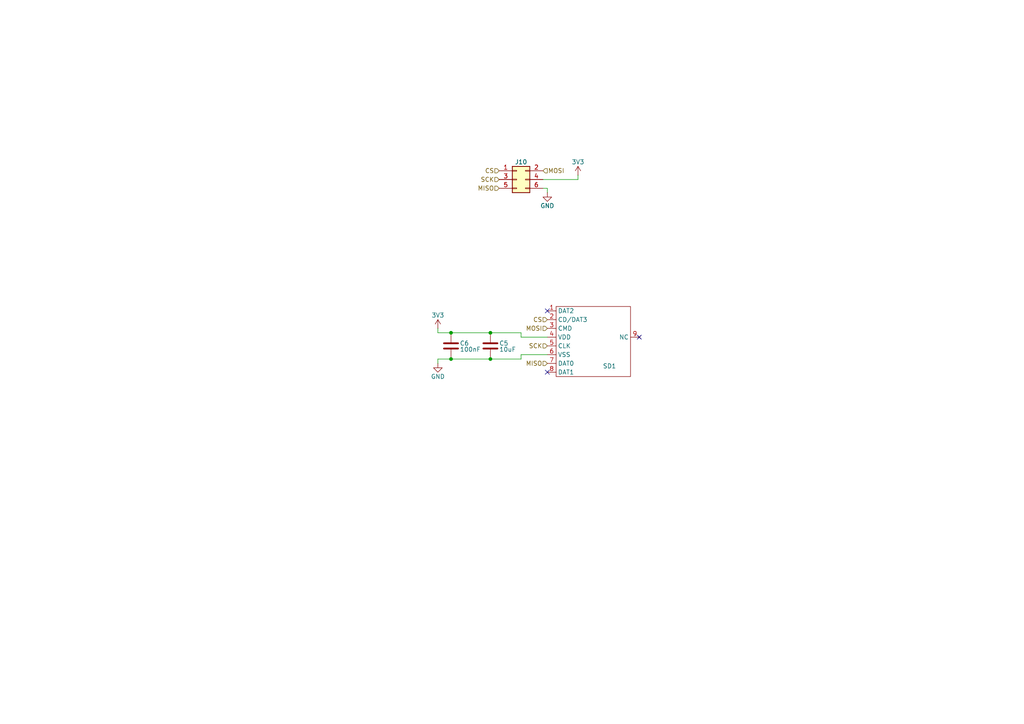
<source format=kicad_sch>
(kicad_sch
	(version 20250114)
	(generator "eeschema")
	(generator_version "9.0")
	(uuid "63fd3670-e1e3-49c5-9572-7907878f3036")
	(paper "A4")
	(lib_symbols
		(symbol "Connector_Generic:Conn_02x03_Odd_Even"
			(pin_names
				(offset 1.016)
				(hide yes)
			)
			(exclude_from_sim no)
			(in_bom yes)
			(on_board yes)
			(property "Reference" "J"
				(at 1.27 5.08 0)
				(effects
					(font
						(size 1.27 1.27)
					)
				)
			)
			(property "Value" "Conn_02x03_Odd_Even"
				(at 1.27 -5.08 0)
				(effects
					(font
						(size 1.27 1.27)
					)
				)
			)
			(property "Footprint" ""
				(at 0 0 0)
				(effects
					(font
						(size 1.27 1.27)
					)
					(hide yes)
				)
			)
			(property "Datasheet" "~"
				(at 0 0 0)
				(effects
					(font
						(size 1.27 1.27)
					)
					(hide yes)
				)
			)
			(property "Description" "Generic connector, double row, 02x03, odd/even pin numbering scheme (row 1 odd numbers, row 2 even numbers), script generated (kicad-library-utils/schlib/autogen/connector/)"
				(at 0 0 0)
				(effects
					(font
						(size 1.27 1.27)
					)
					(hide yes)
				)
			)
			(property "ki_keywords" "connector"
				(at 0 0 0)
				(effects
					(font
						(size 1.27 1.27)
					)
					(hide yes)
				)
			)
			(property "ki_fp_filters" "Connector*:*_2x??_*"
				(at 0 0 0)
				(effects
					(font
						(size 1.27 1.27)
					)
					(hide yes)
				)
			)
			(symbol "Conn_02x03_Odd_Even_1_1"
				(rectangle
					(start -1.27 3.81)
					(end 3.81 -3.81)
					(stroke
						(width 0.254)
						(type default)
					)
					(fill
						(type background)
					)
				)
				(rectangle
					(start -1.27 2.667)
					(end 0 2.413)
					(stroke
						(width 0.1524)
						(type default)
					)
					(fill
						(type none)
					)
				)
				(rectangle
					(start -1.27 0.127)
					(end 0 -0.127)
					(stroke
						(width 0.1524)
						(type default)
					)
					(fill
						(type none)
					)
				)
				(rectangle
					(start -1.27 -2.413)
					(end 0 -2.667)
					(stroke
						(width 0.1524)
						(type default)
					)
					(fill
						(type none)
					)
				)
				(rectangle
					(start 3.81 2.667)
					(end 2.54 2.413)
					(stroke
						(width 0.1524)
						(type default)
					)
					(fill
						(type none)
					)
				)
				(rectangle
					(start 3.81 0.127)
					(end 2.54 -0.127)
					(stroke
						(width 0.1524)
						(type default)
					)
					(fill
						(type none)
					)
				)
				(rectangle
					(start 3.81 -2.413)
					(end 2.54 -2.667)
					(stroke
						(width 0.1524)
						(type default)
					)
					(fill
						(type none)
					)
				)
				(pin passive line
					(at -5.08 2.54 0)
					(length 3.81)
					(name "Pin_1"
						(effects
							(font
								(size 1.27 1.27)
							)
						)
					)
					(number "1"
						(effects
							(font
								(size 1.27 1.27)
							)
						)
					)
				)
				(pin passive line
					(at -5.08 0 0)
					(length 3.81)
					(name "Pin_3"
						(effects
							(font
								(size 1.27 1.27)
							)
						)
					)
					(number "3"
						(effects
							(font
								(size 1.27 1.27)
							)
						)
					)
				)
				(pin passive line
					(at -5.08 -2.54 0)
					(length 3.81)
					(name "Pin_5"
						(effects
							(font
								(size 1.27 1.27)
							)
						)
					)
					(number "5"
						(effects
							(font
								(size 1.27 1.27)
							)
						)
					)
				)
				(pin passive line
					(at 7.62 2.54 180)
					(length 3.81)
					(name "Pin_2"
						(effects
							(font
								(size 1.27 1.27)
							)
						)
					)
					(number "2"
						(effects
							(font
								(size 1.27 1.27)
							)
						)
					)
				)
				(pin passive line
					(at 7.62 0 180)
					(length 3.81)
					(name "Pin_4"
						(effects
							(font
								(size 1.27 1.27)
							)
						)
					)
					(number "4"
						(effects
							(font
								(size 1.27 1.27)
							)
						)
					)
				)
				(pin passive line
					(at 7.62 -2.54 180)
					(length 3.81)
					(name "Pin_6"
						(effects
							(font
								(size 1.27 1.27)
							)
						)
					)
					(number "6"
						(effects
							(font
								(size 1.27 1.27)
							)
						)
					)
				)
			)
			(embedded_fonts no)
		)
		(symbol "Device:C"
			(pin_numbers
				(hide yes)
			)
			(pin_names
				(offset 0.254)
			)
			(exclude_from_sim no)
			(in_bom yes)
			(on_board yes)
			(property "Reference" "C"
				(at 0.635 2.54 0)
				(effects
					(font
						(size 1.27 1.27)
					)
					(justify left)
				)
			)
			(property "Value" "C"
				(at 0.635 -2.54 0)
				(effects
					(font
						(size 1.27 1.27)
					)
					(justify left)
				)
			)
			(property "Footprint" ""
				(at 0.9652 -3.81 0)
				(effects
					(font
						(size 1.27 1.27)
					)
					(hide yes)
				)
			)
			(property "Datasheet" "~"
				(at 0 0 0)
				(effects
					(font
						(size 1.27 1.27)
					)
					(hide yes)
				)
			)
			(property "Description" "Unpolarized capacitor"
				(at 0 0 0)
				(effects
					(font
						(size 1.27 1.27)
					)
					(hide yes)
				)
			)
			(property "ki_keywords" "cap capacitor"
				(at 0 0 0)
				(effects
					(font
						(size 1.27 1.27)
					)
					(hide yes)
				)
			)
			(property "ki_fp_filters" "C_*"
				(at 0 0 0)
				(effects
					(font
						(size 1.27 1.27)
					)
					(hide yes)
				)
			)
			(symbol "C_0_1"
				(polyline
					(pts
						(xy -2.032 0.762) (xy 2.032 0.762)
					)
					(stroke
						(width 0.508)
						(type default)
					)
					(fill
						(type none)
					)
				)
				(polyline
					(pts
						(xy -2.032 -0.762) (xy 2.032 -0.762)
					)
					(stroke
						(width 0.508)
						(type default)
					)
					(fill
						(type none)
					)
				)
			)
			(symbol "C_1_1"
				(pin passive line
					(at 0 3.81 270)
					(length 2.794)
					(name "~"
						(effects
							(font
								(size 1.27 1.27)
							)
						)
					)
					(number "1"
						(effects
							(font
								(size 1.27 1.27)
							)
						)
					)
				)
				(pin passive line
					(at 0 -3.81 90)
					(length 2.794)
					(name "~"
						(effects
							(font
								(size 1.27 1.27)
							)
						)
					)
					(number "2"
						(effects
							(font
								(size 1.27 1.27)
							)
						)
					)
				)
			)
			(embedded_fonts no)
		)
		(symbol "air_sens_lib:SD_SLOT"
			(exclude_from_sim no)
			(in_bom yes)
			(on_board yes)
			(property "Reference" "SD"
				(at 0 0 0)
				(effects
					(font
						(size 1.27 1.27)
					)
				)
			)
			(property "Value" ""
				(at 0 0 0)
				(effects
					(font
						(size 1.27 1.27)
					)
				)
			)
			(property "Footprint" ""
				(at 0 0 0)
				(effects
					(font
						(size 1.27 1.27)
					)
					(hide yes)
				)
			)
			(property "Datasheet" ""
				(at 0 0 0)
				(effects
					(font
						(size 1.27 1.27)
					)
					(hide yes)
				)
			)
			(property "Description" ""
				(at 0 0 0)
				(effects
					(font
						(size 1.27 1.27)
					)
					(hide yes)
				)
			)
			(symbol "SD_SLOT_0_1"
				(rectangle
					(start -7.62 35.56)
					(end 12.7 13.97)
					(stroke
						(width 0)
						(type default)
					)
					(fill
						(type none)
					)
				)
			)
			(symbol "SD_SLOT_1_1"
				(pin passive line
					(at -6.35 11.43 90)
					(length 2.54)
					(name "DAT2"
						(effects
							(font
								(size 1.27 1.27)
							)
						)
					)
					(number "1"
						(effects
							(font
								(size 1.27 1.27)
							)
						)
					)
				)
				(pin input line
					(at -3.81 11.43 90)
					(length 2.54)
					(name "CD/DAT3"
						(effects
							(font
								(size 1.27 1.27)
							)
						)
					)
					(number "2"
						(effects
							(font
								(size 1.27 1.27)
							)
						)
					)
				)
				(pin input line
					(at -1.27 11.43 90)
					(length 2.54)
					(name "CMD"
						(effects
							(font
								(size 1.27 1.27)
							)
						)
					)
					(number "3"
						(effects
							(font
								(size 1.27 1.27)
							)
						)
					)
				)
				(pin no_connect line
					(at 1.27 38.1 270)
					(length 2.54)
					(name "NC"
						(effects
							(font
								(size 1.27 1.27)
							)
						)
					)
					(number "9"
						(effects
							(font
								(size 1.27 1.27)
							)
						)
					)
				)
				(pin power_in line
					(at 1.27 11.43 90)
					(length 2.54)
					(name "VDD"
						(effects
							(font
								(size 1.27 1.27)
							)
						)
					)
					(number "4"
						(effects
							(font
								(size 1.27 1.27)
							)
						)
					)
				)
				(pin input line
					(at 3.81 11.43 90)
					(length 2.54)
					(name "CLK"
						(effects
							(font
								(size 1.27 1.27)
							)
						)
					)
					(number "5"
						(effects
							(font
								(size 1.27 1.27)
							)
						)
					)
				)
				(pin power_in line
					(at 6.35 11.43 90)
					(length 2.54)
					(name "VSS"
						(effects
							(font
								(size 1.27 1.27)
							)
						)
					)
					(number "6"
						(effects
							(font
								(size 1.27 1.27)
							)
						)
					)
				)
				(pin passive line
					(at 8.89 11.43 90)
					(length 2.54)
					(name "DAT0"
						(effects
							(font
								(size 1.27 1.27)
							)
						)
					)
					(number "7"
						(effects
							(font
								(size 1.27 1.27)
							)
						)
					)
				)
				(pin passive line
					(at 11.43 11.43 90)
					(length 2.54)
					(name "DAT1"
						(effects
							(font
								(size 1.27 1.27)
							)
						)
					)
					(number "8"
						(effects
							(font
								(size 1.27 1.27)
							)
						)
					)
				)
			)
			(embedded_fonts no)
		)
		(symbol "power:GND"
			(power)
			(pin_numbers
				(hide yes)
			)
			(pin_names
				(offset 0)
				(hide yes)
			)
			(exclude_from_sim no)
			(in_bom yes)
			(on_board yes)
			(property "Reference" "#PWR"
				(at 0 -6.35 0)
				(effects
					(font
						(size 1.27 1.27)
					)
					(hide yes)
				)
			)
			(property "Value" "GND"
				(at 0 -3.81 0)
				(effects
					(font
						(size 1.27 1.27)
					)
				)
			)
			(property "Footprint" ""
				(at 0 0 0)
				(effects
					(font
						(size 1.27 1.27)
					)
					(hide yes)
				)
			)
			(property "Datasheet" ""
				(at 0 0 0)
				(effects
					(font
						(size 1.27 1.27)
					)
					(hide yes)
				)
			)
			(property "Description" "Power symbol creates a global label with name \"GND\" , ground"
				(at 0 0 0)
				(effects
					(font
						(size 1.27 1.27)
					)
					(hide yes)
				)
			)
			(property "ki_keywords" "global power"
				(at 0 0 0)
				(effects
					(font
						(size 1.27 1.27)
					)
					(hide yes)
				)
			)
			(symbol "GND_0_1"
				(polyline
					(pts
						(xy 0 0) (xy 0 -1.27) (xy 1.27 -1.27) (xy 0 -2.54) (xy -1.27 -1.27) (xy 0 -1.27)
					)
					(stroke
						(width 0)
						(type default)
					)
					(fill
						(type none)
					)
				)
			)
			(symbol "GND_1_1"
				(pin power_in line
					(at 0 0 270)
					(length 0)
					(name "~"
						(effects
							(font
								(size 1.27 1.27)
							)
						)
					)
					(number "1"
						(effects
							(font
								(size 1.27 1.27)
							)
						)
					)
				)
			)
			(embedded_fonts no)
		)
		(symbol "power:VCC"
			(power)
			(pin_numbers
				(hide yes)
			)
			(pin_names
				(offset 0)
				(hide yes)
			)
			(exclude_from_sim no)
			(in_bom yes)
			(on_board yes)
			(property "Reference" "#PWR"
				(at 0 -3.81 0)
				(effects
					(font
						(size 1.27 1.27)
					)
					(hide yes)
				)
			)
			(property "Value" "VCC"
				(at 0 3.556 0)
				(effects
					(font
						(size 1.27 1.27)
					)
				)
			)
			(property "Footprint" ""
				(at 0 0 0)
				(effects
					(font
						(size 1.27 1.27)
					)
					(hide yes)
				)
			)
			(property "Datasheet" ""
				(at 0 0 0)
				(effects
					(font
						(size 1.27 1.27)
					)
					(hide yes)
				)
			)
			(property "Description" "Power symbol creates a global label with name \"VCC\""
				(at 0 0 0)
				(effects
					(font
						(size 1.27 1.27)
					)
					(hide yes)
				)
			)
			(property "ki_keywords" "global power"
				(at 0 0 0)
				(effects
					(font
						(size 1.27 1.27)
					)
					(hide yes)
				)
			)
			(symbol "VCC_0_1"
				(polyline
					(pts
						(xy -0.762 1.27) (xy 0 2.54)
					)
					(stroke
						(width 0)
						(type default)
					)
					(fill
						(type none)
					)
				)
				(polyline
					(pts
						(xy 0 2.54) (xy 0.762 1.27)
					)
					(stroke
						(width 0)
						(type default)
					)
					(fill
						(type none)
					)
				)
				(polyline
					(pts
						(xy 0 0) (xy 0 2.54)
					)
					(stroke
						(width 0)
						(type default)
					)
					(fill
						(type none)
					)
				)
			)
			(symbol "VCC_1_1"
				(pin power_in line
					(at 0 0 90)
					(length 0)
					(name "~"
						(effects
							(font
								(size 1.27 1.27)
							)
						)
					)
					(number "1"
						(effects
							(font
								(size 1.27 1.27)
							)
						)
					)
				)
			)
			(embedded_fonts no)
		)
	)
	(junction
		(at 130.81 104.14)
		(diameter 0)
		(color 0 0 0 0)
		(uuid "4a45e847-5968-4e1e-8320-03f15f339f22")
	)
	(junction
		(at 130.81 96.52)
		(diameter 0)
		(color 0 0 0 0)
		(uuid "7a777507-5217-456c-9fff-0a41f26f14ad")
	)
	(junction
		(at 142.24 96.52)
		(diameter 0)
		(color 0 0 0 0)
		(uuid "98fbff94-f113-4bfe-b356-16f4eb2a4b15")
	)
	(junction
		(at 142.24 104.14)
		(diameter 0)
		(color 0 0 0 0)
		(uuid "bb8a9671-221c-4520-83f2-dfae9cd782a7")
	)
	(no_connect
		(at 158.75 90.17)
		(uuid "2a6ef8c3-1aa0-4aed-8561-cf4f5bb6520f")
	)
	(no_connect
		(at 158.75 107.95)
		(uuid "79fe3d52-69c4-47b6-92bf-9bb7c27c08d1")
	)
	(no_connect
		(at 185.42 97.79)
		(uuid "dc04a72b-7d17-40d6-bdf3-741c3aa1a170")
	)
	(wire
		(pts
			(xy 167.64 52.07) (xy 167.64 50.8)
		)
		(stroke
			(width 0)
			(type default)
		)
		(uuid "1446fe41-bbd4-4a02-98f4-ad509f9022d0")
	)
	(wire
		(pts
			(xy 130.81 96.52) (xy 142.24 96.52)
		)
		(stroke
			(width 0)
			(type default)
		)
		(uuid "40c1af1e-c822-4251-a070-2ff310fccb9c")
	)
	(wire
		(pts
			(xy 142.24 104.14) (xy 151.13 104.14)
		)
		(stroke
			(width 0)
			(type default)
		)
		(uuid "8475887c-bf06-48e9-9420-06d890ac0262")
	)
	(wire
		(pts
			(xy 127 96.52) (xy 130.81 96.52)
		)
		(stroke
			(width 0)
			(type default)
		)
		(uuid "8889ec8b-70bf-4768-a049-34e13fb285df")
	)
	(wire
		(pts
			(xy 142.24 96.52) (xy 151.13 96.52)
		)
		(stroke
			(width 0)
			(type default)
		)
		(uuid "90709f9b-3265-4570-9aeb-f2e8653f64e0")
	)
	(wire
		(pts
			(xy 158.75 102.87) (xy 151.13 102.87)
		)
		(stroke
			(width 0)
			(type default)
		)
		(uuid "acc4e38a-20a6-44cb-89b2-50e433dd8710")
	)
	(wire
		(pts
			(xy 130.81 104.14) (xy 142.24 104.14)
		)
		(stroke
			(width 0)
			(type default)
		)
		(uuid "ad1a94f3-4220-45f3-85ea-54cc880933ff")
	)
	(wire
		(pts
			(xy 127 105.41) (xy 127 104.14)
		)
		(stroke
			(width 0)
			(type default)
		)
		(uuid "adfff12c-8af1-4059-924d-c7ff0c6dbf94")
	)
	(wire
		(pts
			(xy 151.13 96.52) (xy 151.13 97.79)
		)
		(stroke
			(width 0)
			(type default)
		)
		(uuid "bdc3c567-20a7-4abc-af90-79ff85aad9bb")
	)
	(wire
		(pts
			(xy 127 104.14) (xy 130.81 104.14)
		)
		(stroke
			(width 0)
			(type default)
		)
		(uuid "c07cbde4-a30f-4830-bfa0-f647a43fdc19")
	)
	(wire
		(pts
			(xy 151.13 97.79) (xy 158.75 97.79)
		)
		(stroke
			(width 0)
			(type default)
		)
		(uuid "cad78ca1-e919-4504-a230-11bdc576bc69")
	)
	(wire
		(pts
			(xy 127 95.25) (xy 127 96.52)
		)
		(stroke
			(width 0)
			(type default)
		)
		(uuid "cd8b28c1-04c6-42fd-a9bc-a1d027210081")
	)
	(wire
		(pts
			(xy 157.48 54.61) (xy 158.75 54.61)
		)
		(stroke
			(width 0)
			(type default)
		)
		(uuid "e261f9b6-38f5-49ae-b809-af80f9c0494a")
	)
	(wire
		(pts
			(xy 157.48 52.07) (xy 167.64 52.07)
		)
		(stroke
			(width 0)
			(type default)
		)
		(uuid "e74687fb-1e19-4d0d-8879-6303bffd6718")
	)
	(wire
		(pts
			(xy 151.13 102.87) (xy 151.13 104.14)
		)
		(stroke
			(width 0)
			(type default)
		)
		(uuid "ee951266-1964-479b-8a72-008ea48aac6d")
	)
	(wire
		(pts
			(xy 158.75 54.61) (xy 158.75 55.88)
		)
		(stroke
			(width 0)
			(type default)
		)
		(uuid "fb6ffc7c-7b5d-45fa-8c0c-bc62be5f1278")
	)
	(hierarchical_label "MISO"
		(shape input)
		(at 158.75 105.41 180)
		(effects
			(font
				(size 1.27 1.27)
			)
			(justify right)
		)
		(uuid "1590f4f3-33e8-4caa-b751-cb2b684509d8")
	)
	(hierarchical_label "SCK"
		(shape input)
		(at 158.75 100.33 180)
		(effects
			(font
				(size 1.27 1.27)
			)
			(justify right)
		)
		(uuid "5869c4dd-6526-4037-8fa0-1ebfba493bc8")
	)
	(hierarchical_label "MISO"
		(shape input)
		(at 144.78 54.61 180)
		(effects
			(font
				(size 1.27 1.27)
			)
			(justify right)
		)
		(uuid "59a255c2-320d-4bf8-b62e-e817ce79f88b")
	)
	(hierarchical_label "SCK"
		(shape input)
		(at 144.78 52.07 180)
		(effects
			(font
				(size 1.27 1.27)
			)
			(justify right)
		)
		(uuid "6b85a29c-1ab4-4ec8-83fe-097d2432adf7")
	)
	(hierarchical_label "MOSI"
		(shape input)
		(at 157.48 49.53 0)
		(effects
			(font
				(size 1.27 1.27)
			)
			(justify left)
		)
		(uuid "6e5a7a8a-2efc-4934-b967-c079ba2feda1")
	)
	(hierarchical_label "CS"
		(shape input)
		(at 158.75 92.71 180)
		(effects
			(font
				(size 1.27 1.27)
			)
			(justify right)
		)
		(uuid "73a9b8b5-8fb9-4fd9-880a-5cfeccb032df")
	)
	(hierarchical_label "MOSI"
		(shape input)
		(at 158.75 95.25 180)
		(effects
			(font
				(size 1.27 1.27)
			)
			(justify right)
		)
		(uuid "80fae299-bd3b-46cd-b551-2323a762687e")
	)
	(hierarchical_label "CS"
		(shape input)
		(at 144.78 49.53 180)
		(effects
			(font
				(size 1.27 1.27)
			)
			(justify right)
		)
		(uuid "c83fa65e-dfb8-4300-b153-366737609774")
	)
	(symbol
		(lib_id "Device:C")
		(at 130.81 100.33 0)
		(unit 1)
		(exclude_from_sim no)
		(in_bom yes)
		(on_board yes)
		(dnp no)
		(uuid "0ee687ed-6cc0-42e8-858c-a4afe9eac70f")
		(property "Reference" "C6"
			(at 133.35 99.568 0)
			(effects
				(font
					(size 1.27 1.27)
				)
				(justify left)
			)
		)
		(property "Value" "100nF"
			(at 133.35 101.346 0)
			(effects
				(font
					(size 1.27 1.27)
				)
				(justify left)
			)
		)
		(property "Footprint" "Capacitor_SMD:C_0603_1608Metric_Pad1.08x0.95mm_HandSolder"
			(at 131.7752 104.14 0)
			(effects
				(font
					(size 1.27 1.27)
				)
				(hide yes)
			)
		)
		(property "Datasheet" "~"
			(at 130.81 100.33 0)
			(effects
				(font
					(size 1.27 1.27)
				)
				(hide yes)
			)
		)
		(property "Description" "Unpolarized capacitor"
			(at 130.81 100.33 0)
			(effects
				(font
					(size 1.27 1.27)
				)
				(hide yes)
			)
		)
		(pin "2"
			(uuid "59d106f7-a007-4b37-862b-fd668b7b577f")
		)
		(pin "1"
			(uuid "e6b6c038-3cdb-4eb1-86b9-fb2faaf3a496")
		)
		(instances
			(project "car"
				(path "/d4bcaa97-404f-4040-88d9-84162ce8c00c/8bf896e7-f67d-40c3-a1d3-ca6ef9c3dd94"
					(reference "C6")
					(unit 1)
				)
			)
		)
	)
	(symbol
		(lib_id "air_sens_lib:SD_SLOT")
		(at 147.32 96.52 270)
		(unit 1)
		(exclude_from_sim no)
		(in_bom yes)
		(on_board yes)
		(dnp no)
		(uuid "6ec4da4f-bd38-42f9-b5db-e987482b19db")
		(property "Reference" "SD1"
			(at 176.784 106.172 90)
			(effects
				(font
					(size 1.27 1.27)
				)
			)
		)
		(property "Value" "~"
			(at 160.02 96.52 0)
			(effects
				(font
					(size 1.27 1.27)
				)
				(hide yes)
			)
		)
		(property "Footprint" "air_sens_foots:SD_SLOT"
			(at 135.636 96.266 0)
			(effects
				(font
					(size 1.27 1.27)
				)
				(hide yes)
			)
		)
		(property "Datasheet" ""
			(at 147.32 96.52 0)
			(effects
				(font
					(size 1.27 1.27)
				)
				(hide yes)
			)
		)
		(property "Description" ""
			(at 147.32 96.52 0)
			(effects
				(font
					(size 1.27 1.27)
				)
				(hide yes)
			)
		)
		(pin "7"
			(uuid "cfcafc1f-7f3a-43a8-bac8-5c94836d1f13")
		)
		(pin "9"
			(uuid "74b16c0c-aa39-478b-a3f6-ed9a78ccf41b")
		)
		(pin "2"
			(uuid "d02bc1ab-ac54-4654-918f-2d968cfe014b")
		)
		(pin "1"
			(uuid "275f2c0f-3b4c-4952-abfe-14a46468431f")
		)
		(pin "3"
			(uuid "7be3cf0b-06db-49ee-a597-929b1dd95938")
		)
		(pin "4"
			(uuid "65d5d7fc-511a-4b27-978a-e70e35cd67c0")
		)
		(pin "6"
			(uuid "ccb6c662-799d-4bda-a0b3-47af451588c7")
		)
		(pin "5"
			(uuid "634f4fae-caad-40c1-8add-fa2776982837")
		)
		(pin "8"
			(uuid "56d0e8d9-b740-41b1-9422-e93875eda3dc")
		)
		(instances
			(project ""
				(path "/d4bcaa97-404f-4040-88d9-84162ce8c00c/8bf896e7-f67d-40c3-a1d3-ca6ef9c3dd94"
					(reference "SD1")
					(unit 1)
				)
			)
		)
	)
	(symbol
		(lib_id "power:VCC")
		(at 167.64 50.8 0)
		(unit 1)
		(exclude_from_sim no)
		(in_bom yes)
		(on_board yes)
		(dnp no)
		(uuid "b0a3d042-1fc0-4e0d-a5f4-a9e5653c5b5a")
		(property "Reference" "#PWR021"
			(at 167.64 54.61 0)
			(effects
				(font
					(size 1.27 1.27)
				)
				(hide yes)
			)
		)
		(property "Value" "3V3"
			(at 167.64 46.99 0)
			(effects
				(font
					(size 1.27 1.27)
				)
			)
		)
		(property "Footprint" ""
			(at 167.64 50.8 0)
			(effects
				(font
					(size 1.27 1.27)
				)
				(hide yes)
			)
		)
		(property "Datasheet" ""
			(at 167.64 50.8 0)
			(effects
				(font
					(size 1.27 1.27)
				)
				(hide yes)
			)
		)
		(property "Description" "Power symbol creates a global label with name \"VCC\""
			(at 167.64 50.8 0)
			(effects
				(font
					(size 1.27 1.27)
				)
				(hide yes)
			)
		)
		(pin "1"
			(uuid "7d431c69-1078-45d8-a658-6b3d014698fc")
		)
		(instances
			(project "car"
				(path "/d4bcaa97-404f-4040-88d9-84162ce8c00c/8bf896e7-f67d-40c3-a1d3-ca6ef9c3dd94"
					(reference "#PWR021")
					(unit 1)
				)
			)
		)
	)
	(symbol
		(lib_id "power:GND")
		(at 127 105.41 0)
		(unit 1)
		(exclude_from_sim no)
		(in_bom yes)
		(on_board yes)
		(dnp no)
		(uuid "b4a33fac-dd20-4b51-bd1a-3b6a63ebbdcf")
		(property "Reference" "#PWR038"
			(at 127 111.76 0)
			(effects
				(font
					(size 1.27 1.27)
				)
				(hide yes)
			)
		)
		(property "Value" "GND"
			(at 127 109.22 0)
			(effects
				(font
					(size 1.27 1.27)
				)
			)
		)
		(property "Footprint" ""
			(at 127 105.41 0)
			(effects
				(font
					(size 1.27 1.27)
				)
				(hide yes)
			)
		)
		(property "Datasheet" ""
			(at 127 105.41 0)
			(effects
				(font
					(size 1.27 1.27)
				)
				(hide yes)
			)
		)
		(property "Description" "Power symbol creates a global label with name \"GND\" , ground"
			(at 127 105.41 0)
			(effects
				(font
					(size 1.27 1.27)
				)
				(hide yes)
			)
		)
		(pin "1"
			(uuid "7ddb204e-5a4c-4e2f-84a7-35874852991a")
		)
		(instances
			(project "car"
				(path "/d4bcaa97-404f-4040-88d9-84162ce8c00c/8bf896e7-f67d-40c3-a1d3-ca6ef9c3dd94"
					(reference "#PWR038")
					(unit 1)
				)
			)
		)
	)
	(symbol
		(lib_id "power:GND")
		(at 158.75 55.88 0)
		(unit 1)
		(exclude_from_sim no)
		(in_bom yes)
		(on_board yes)
		(dnp no)
		(uuid "c6c8815b-9499-4020-b512-3dff3775f60b")
		(property "Reference" "#PWR020"
			(at 158.75 62.23 0)
			(effects
				(font
					(size 1.27 1.27)
				)
				(hide yes)
			)
		)
		(property "Value" "GND"
			(at 158.75 59.69 0)
			(effects
				(font
					(size 1.27 1.27)
				)
			)
		)
		(property "Footprint" ""
			(at 158.75 55.88 0)
			(effects
				(font
					(size 1.27 1.27)
				)
				(hide yes)
			)
		)
		(property "Datasheet" ""
			(at 158.75 55.88 0)
			(effects
				(font
					(size 1.27 1.27)
				)
				(hide yes)
			)
		)
		(property "Description" "Power symbol creates a global label with name \"GND\" , ground"
			(at 158.75 55.88 0)
			(effects
				(font
					(size 1.27 1.27)
				)
				(hide yes)
			)
		)
		(pin "1"
			(uuid "df53193a-344b-487b-a84e-e8704b8bcfdf")
		)
		(instances
			(project "car"
				(path "/d4bcaa97-404f-4040-88d9-84162ce8c00c/8bf896e7-f67d-40c3-a1d3-ca6ef9c3dd94"
					(reference "#PWR020")
					(unit 1)
				)
			)
		)
	)
	(symbol
		(lib_id "power:VCC")
		(at 127 95.25 0)
		(unit 1)
		(exclude_from_sim no)
		(in_bom yes)
		(on_board yes)
		(dnp no)
		(uuid "cd83845b-966e-408f-a0fb-e0219c9d96e4")
		(property "Reference" "#PWR037"
			(at 127 99.06 0)
			(effects
				(font
					(size 1.27 1.27)
				)
				(hide yes)
			)
		)
		(property "Value" "3V3"
			(at 127 91.44 0)
			(effects
				(font
					(size 1.27 1.27)
				)
			)
		)
		(property "Footprint" ""
			(at 127 95.25 0)
			(effects
				(font
					(size 1.27 1.27)
				)
				(hide yes)
			)
		)
		(property "Datasheet" ""
			(at 127 95.25 0)
			(effects
				(font
					(size 1.27 1.27)
				)
				(hide yes)
			)
		)
		(property "Description" "Power symbol creates a global label with name \"VCC\""
			(at 127 95.25 0)
			(effects
				(font
					(size 1.27 1.27)
				)
				(hide yes)
			)
		)
		(pin "1"
			(uuid "40729410-a5ac-4ed9-aae0-cdf640514f9e")
		)
		(instances
			(project "car"
				(path "/d4bcaa97-404f-4040-88d9-84162ce8c00c/8bf896e7-f67d-40c3-a1d3-ca6ef9c3dd94"
					(reference "#PWR037")
					(unit 1)
				)
			)
		)
	)
	(symbol
		(lib_id "Device:C")
		(at 142.24 100.33 0)
		(unit 1)
		(exclude_from_sim no)
		(in_bom yes)
		(on_board yes)
		(dnp no)
		(uuid "cf2843c1-fac0-40af-ba19-b4196a48771c")
		(property "Reference" "C5"
			(at 144.78 99.568 0)
			(effects
				(font
					(size 1.27 1.27)
				)
				(justify left)
			)
		)
		(property "Value" "10uF"
			(at 144.78 101.346 0)
			(effects
				(font
					(size 1.27 1.27)
				)
				(justify left)
			)
		)
		(property "Footprint" "Capacitor_SMD:C_0603_1608Metric_Pad1.08x0.95mm_HandSolder"
			(at 143.2052 104.14 0)
			(effects
				(font
					(size 1.27 1.27)
				)
				(hide yes)
			)
		)
		(property "Datasheet" "~"
			(at 142.24 100.33 0)
			(effects
				(font
					(size 1.27 1.27)
				)
				(hide yes)
			)
		)
		(property "Description" "Unpolarized capacitor"
			(at 142.24 100.33 0)
			(effects
				(font
					(size 1.27 1.27)
				)
				(hide yes)
			)
		)
		(pin "2"
			(uuid "f1210ef9-55a3-4f44-bc42-c0e964574d01")
		)
		(pin "1"
			(uuid "d330039b-aa73-469c-a363-195643743fbe")
		)
		(instances
			(project "car"
				(path "/d4bcaa97-404f-4040-88d9-84162ce8c00c/8bf896e7-f67d-40c3-a1d3-ca6ef9c3dd94"
					(reference "C5")
					(unit 1)
				)
			)
		)
	)
	(symbol
		(lib_id "Connector_Generic:Conn_02x03_Odd_Even")
		(at 149.86 52.07 0)
		(unit 1)
		(exclude_from_sim no)
		(in_bom yes)
		(on_board yes)
		(dnp no)
		(uuid "eafea79d-3b50-4b73-84dd-a7cc9a04b99f")
		(property "Reference" "J10"
			(at 151.13 46.99 0)
			(effects
				(font
					(size 1.27 1.27)
				)
			)
		)
		(property "Value" "Conn_02x03_Odd_Even"
			(at 151.13 45.72 0)
			(effects
				(font
					(size 1.27 1.27)
				)
				(hide yes)
			)
		)
		(property "Footprint" "Connector_PinHeader_2.54mm:PinHeader_2x03_P2.54mm_Vertical"
			(at 149.86 52.07 0)
			(effects
				(font
					(size 1.27 1.27)
				)
				(hide yes)
			)
		)
		(property "Datasheet" "~"
			(at 149.86 52.07 0)
			(effects
				(font
					(size 1.27 1.27)
				)
				(hide yes)
			)
		)
		(property "Description" "Generic connector, double row, 02x03, odd/even pin numbering scheme (row 1 odd numbers, row 2 even numbers), script generated (kicad-library-utils/schlib/autogen/connector/)"
			(at 149.86 52.07 0)
			(effects
				(font
					(size 1.27 1.27)
				)
				(hide yes)
			)
		)
		(pin "3"
			(uuid "3c6cde65-e9c1-49bf-baf1-3500b1fbfd64")
		)
		(pin "2"
			(uuid "da41c70f-e8be-41f1-8ede-c5aa11ee8044")
		)
		(pin "6"
			(uuid "814186f8-f6f8-40b7-bb20-00000d5e9486")
		)
		(pin "5"
			(uuid "eb6e0e20-eb62-4b8b-8723-9e17b00affe0")
		)
		(pin "4"
			(uuid "5cd183b4-858c-4efe-8ff2-49614c911e1a")
		)
		(pin "1"
			(uuid "d40c56c7-8f2c-42dd-82ed-38f479350ced")
		)
		(instances
			(project "car"
				(path "/d4bcaa97-404f-4040-88d9-84162ce8c00c/8bf896e7-f67d-40c3-a1d3-ca6ef9c3dd94"
					(reference "J10")
					(unit 1)
				)
			)
		)
	)
)

</source>
